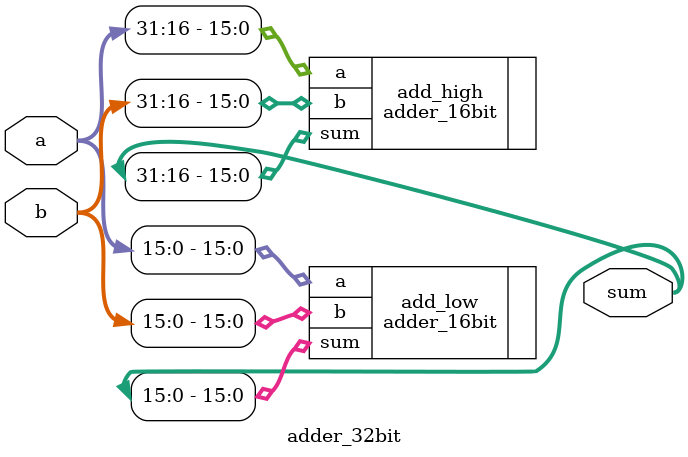
<source format=v>


module adder_32bit (
  input [31:0] a,
  input [31:0] b,
  output [31:0] sum
);

  // high 16 bit
  adder_16bit add_high (
    .a(a[31:16]),
    .b(b[31:16]),
    .sum(sum[31:16])
  );  

  // low 16 bit
  adder_16bit add_low (
    .a(a[15:0]),
    .b(b[15:0]), 
    .sum(sum[15:0])
  );

endmodule
</source>
